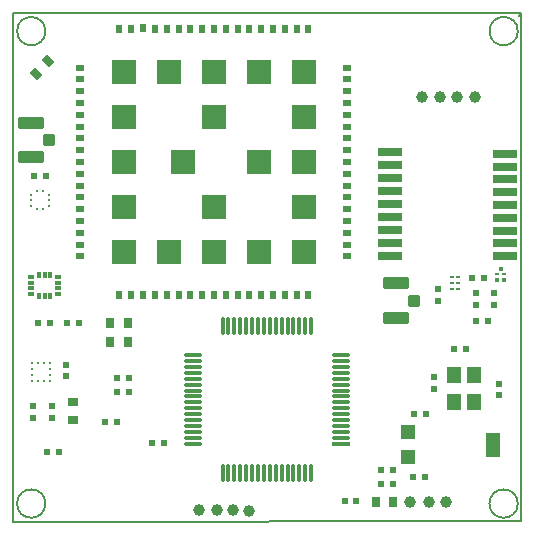
<source format=gtp>
%FSLAX25Y25*%
%MOIN*%
G70*
G01*
G75*
G04 Layer_Color=8421504*
%ADD10C,0.01000*%
%ADD11C,0.01500*%
%ADD12C,0.02000*%
%ADD13C,0.03937*%
%ADD14R,0.08268X0.08268*%
%ADD15R,0.08268X0.08268*%
%ADD16R,0.03150X0.02362*%
%ADD17R,0.02362X0.03150*%
%ADD18R,0.01083X0.00984*%
%ADD19R,0.00984X0.01083*%
%ADD20R,0.01181X0.01890*%
%ADD21R,0.01890X0.01181*%
%ADD22R,0.02362X0.02362*%
%ADD23R,0.02362X0.02362*%
%ADD24R,0.03347X0.02756*%
%ADD25R,0.01083X0.00984*%
%ADD26R,0.00984X0.01083*%
%ADD27R,0.02756X0.03347*%
%ADD28R,0.01378X0.00787*%
%ADD29R,0.01181X0.01181*%
%ADD30R,0.01378X0.00984*%
%ADD31R,0.01378X0.01181*%
G04:AMPARAMS|DCode=32|XSize=39.37mil|YSize=41.34mil|CornerRadius=5.91mil|HoleSize=0mil|Usage=FLASHONLY|Rotation=90.000|XOffset=0mil|YOffset=0mil|HoleType=Round|Shape=RoundedRectangle|*
%AMROUNDEDRECTD32*
21,1,0.03937,0.02953,0,0,90.0*
21,1,0.02756,0.04134,0,0,90.0*
1,1,0.01181,0.01476,0.01378*
1,1,0.01181,0.01476,-0.01378*
1,1,0.01181,-0.01476,-0.01378*
1,1,0.01181,-0.01476,0.01378*
%
%ADD32ROUNDEDRECTD32*%
G04:AMPARAMS|DCode=33|XSize=41.34mil|YSize=86.61mil|CornerRadius=6.2mil|HoleSize=0mil|Usage=FLASHONLY|Rotation=90.000|XOffset=0mil|YOffset=0mil|HoleType=Round|Shape=RoundedRectangle|*
%AMROUNDEDRECTD33*
21,1,0.04134,0.07421,0,0,90.0*
21,1,0.02894,0.08661,0,0,90.0*
1,1,0.01240,0.03711,0.01447*
1,1,0.01240,0.03711,-0.01447*
1,1,0.01240,-0.03711,-0.01447*
1,1,0.01240,-0.03711,0.01447*
%
%ADD33ROUNDEDRECTD33*%
G04:AMPARAMS|DCode=34|XSize=27.56mil|YSize=33.47mil|CornerRadius=0mil|HoleSize=0mil|Usage=FLASHONLY|Rotation=225.000|XOffset=0mil|YOffset=0mil|HoleType=Round|Shape=Rectangle|*
%AMROTATEDRECTD34*
4,1,4,-0.00209,0.02158,0.02158,-0.00209,0.00209,-0.02158,-0.02158,0.00209,-0.00209,0.02158,0.0*
%
%ADD34ROTATEDRECTD34*%

%ADD35O,0.06299X0.01181*%
%ADD36R,0.06299X0.01181*%
%ADD37O,0.01181X0.06299*%
%ADD38R,0.04800X0.05600*%
%ADD39R,0.05000X0.05000*%
%ADD40R,0.05000X0.07874*%
%ADD41R,0.07874X0.02756*%
%ADD42C,0.00600*%
%ADD43C,0.00800*%
%ADD44C,0.00500*%
%ADD45C,0.02000*%
%ADD46C,0.03000*%
%ADD47C,0.04000*%
%ADD48C,0.05000*%
%ADD49C,0.03000*%
%ADD50C,0.04000*%
%ADD51O,0.07874X0.03937*%
%ADD52O,0.03937X0.07874*%
%ADD53R,0.02362X0.03937*%
%ADD54R,0.02559X0.04921*%
%ADD55C,0.00787*%
%ADD56R,0.03937X0.05118*%
%ADD57R,0.01200X0.01800*%
%ADD58R,0.04921X0.02559*%
%ADD59R,0.05118X0.03937*%
%ADD60O,0.01378X0.02756*%
%ADD61R,0.07087X0.04331*%
G04:AMPARAMS|DCode=62|XSize=45mil|YSize=65mil|CornerRadius=5.63mil|HoleSize=0mil|Usage=FLASHONLY|Rotation=0.000|XOffset=0mil|YOffset=0mil|HoleType=Round|Shape=RoundedRectangle|*
%AMROUNDEDRECTD62*
21,1,0.04500,0.05375,0,0,0.0*
21,1,0.03375,0.06500,0,0,0.0*
1,1,0.01125,0.01688,-0.02688*
1,1,0.01125,-0.01688,-0.02688*
1,1,0.01125,-0.01688,0.02688*
1,1,0.01125,0.01688,0.02688*
%
%ADD62ROUNDEDRECTD62*%
%ADD63O,0.08661X0.02362*%
%ADD64R,0.11811X0.19685*%
%ADD65O,0.02953X0.01772*%
%ADD66R,0.08661X0.11811*%
%ADD67R,0.09843X0.01969*%
%ADD68P,0.03341X4X90.0*%
%ADD69R,0.03937X0.02362*%
%ADD70R,0.07874X0.07874*%
%ADD71R,0.05906X0.05118*%
%ADD72R,0.07874X0.07087*%
%ADD73R,0.05906X0.03150*%
%ADD74R,0.14704X0.04000*%
%ADD75C,0.01200*%
%ADD76C,0.00300*%
%ADD77R,0.35200X0.19400*%
%ADD78R,0.02472X0.02228*%
D13*
X78661Y3587D02*
D03*
X138516Y6272D02*
D03*
X67768Y3626D02*
D03*
X132303Y6512D02*
D03*
X144102Y6386D02*
D03*
X73008Y3669D02*
D03*
X61924Y3847D02*
D03*
X136258Y141302D02*
D03*
X142125D02*
D03*
X147992D02*
D03*
X153858D02*
D03*
D14*
X56624Y119763D02*
D03*
X81784D02*
D03*
X66824Y134724D02*
D03*
X36903Y104803D02*
D03*
Y89842D02*
D03*
X51863D02*
D03*
X66824Y89842D02*
D03*
X81784Y89842D02*
D03*
X96745D02*
D03*
Y104803D02*
D03*
X96745Y119763D02*
D03*
X96745Y134724D02*
D03*
X51863Y149685D02*
D03*
X96745D02*
D03*
X81784D02*
D03*
X66824D02*
D03*
D15*
Y104803D02*
D03*
X36903Y134724D02*
D03*
Y149685D02*
D03*
Y119763D02*
D03*
D16*
X111312Y100078D02*
D03*
Y104015D02*
D03*
Y107952D02*
D03*
Y111889D02*
D03*
Y115826D02*
D03*
Y119763D02*
D03*
Y123700D02*
D03*
Y127637D02*
D03*
X111312Y131574D02*
D03*
Y135511D02*
D03*
Y139448D02*
D03*
X111312Y143385D02*
D03*
Y147322D02*
D03*
Y151259D02*
D03*
X22336Y115826D02*
D03*
Y111889D02*
D03*
Y107952D02*
D03*
Y104015D02*
D03*
Y100078D02*
D03*
Y96141D02*
D03*
Y92204D02*
D03*
Y88267D02*
D03*
Y119763D02*
D03*
Y123700D02*
D03*
Y127637D02*
D03*
Y131574D02*
D03*
Y135511D02*
D03*
Y139448D02*
D03*
Y143385D02*
D03*
Y147322D02*
D03*
Y151259D02*
D03*
X111312Y96141D02*
D03*
Y92204D02*
D03*
Y88267D02*
D03*
D17*
X98320Y164251D02*
D03*
X94383D02*
D03*
X90446D02*
D03*
X86509D02*
D03*
X82572D02*
D03*
X39265D02*
D03*
X43202Y164263D02*
D03*
X47139Y164251D02*
D03*
X51076D02*
D03*
X55013D02*
D03*
X58950D02*
D03*
X62887D02*
D03*
X66824D02*
D03*
X70761D02*
D03*
X74698D02*
D03*
X78635D02*
D03*
X98320Y75275D02*
D03*
X94383D02*
D03*
X90446D02*
D03*
X86509D02*
D03*
X82572D02*
D03*
X78635D02*
D03*
X74698D02*
D03*
X70761D02*
D03*
X66824D02*
D03*
X62887D02*
D03*
X58950D02*
D03*
X55013Y75275D02*
D03*
X51076D02*
D03*
X47139D02*
D03*
X43202Y75275D02*
D03*
X39265D02*
D03*
X35328D02*
D03*
X35328Y164251D02*
D03*
D18*
X6101Y48753D02*
D03*
Y50722D02*
D03*
X12105D02*
D03*
Y48753D02*
D03*
D19*
X6150Y52739D02*
D03*
X8118D02*
D03*
X10087D02*
D03*
X12055D02*
D03*
X12055Y46735D02*
D03*
X10087D02*
D03*
X8118D02*
D03*
X6150D02*
D03*
D20*
X8396Y82161D02*
D03*
X10364D02*
D03*
X12333D02*
D03*
X12333Y74995D02*
D03*
X10364D02*
D03*
X8396D02*
D03*
D21*
X14892Y81531D02*
D03*
Y79562D02*
D03*
Y77594D02*
D03*
X14892Y75625D02*
D03*
X5837D02*
D03*
Y77594D02*
D03*
X5837Y79562D02*
D03*
Y81531D02*
D03*
D22*
X21826Y66185D02*
D03*
X17889D02*
D03*
X7000Y115143D02*
D03*
X10937D02*
D03*
X8319Y66131D02*
D03*
X12256Y66131D02*
D03*
X38379Y42961D02*
D03*
X34442D02*
D03*
X30477Y33073D02*
D03*
X34414D02*
D03*
X34667Y47812D02*
D03*
X38604D02*
D03*
X152951Y80995D02*
D03*
X156888Y80995D02*
D03*
X122647Y12292D02*
D03*
X126584D02*
D03*
X146829Y57347D02*
D03*
X150766D02*
D03*
X114281Y6657D02*
D03*
X110344D02*
D03*
X137218Y14894D02*
D03*
X133281D02*
D03*
X137376Y35665D02*
D03*
X133439D02*
D03*
X50236Y25957D02*
D03*
X46299D02*
D03*
X122654Y17119D02*
D03*
X126591D02*
D03*
X154260Y66919D02*
D03*
X158196D02*
D03*
X15160Y22950D02*
D03*
X11223D02*
D03*
D23*
X17368Y52202D02*
D03*
Y48265D02*
D03*
X6598Y38267D02*
D03*
Y34330D02*
D03*
X12798Y34331D02*
D03*
Y38268D02*
D03*
X141599Y73361D02*
D03*
Y77298D02*
D03*
X154280Y72155D02*
D03*
Y76092D02*
D03*
X161728Y41952D02*
D03*
X161728Y45889D02*
D03*
X140098Y48168D02*
D03*
Y44231D02*
D03*
X160259Y72100D02*
D03*
Y76037D02*
D03*
D24*
X19831Y33835D02*
D03*
X19831Y39741D02*
D03*
D25*
X5835Y105043D02*
D03*
Y106943D02*
D03*
Y108912D02*
D03*
X11839D02*
D03*
Y106943D02*
D03*
Y104975D02*
D03*
D26*
X7853Y109945D02*
D03*
X9822D02*
D03*
Y103942D02*
D03*
X7853D02*
D03*
D27*
X32231Y66067D02*
D03*
X38137Y66067D02*
D03*
X32142Y59888D02*
D03*
X38048Y59888D02*
D03*
X126617Y6550D02*
D03*
X120711D02*
D03*
D28*
X148279Y81293D02*
D03*
Y79325D02*
D03*
Y77356D02*
D03*
X146310D02*
D03*
Y79325D02*
D03*
Y81293D02*
D03*
D29*
X162390Y84083D02*
D03*
D30*
X163522Y82410D02*
D03*
X161258D02*
D03*
D31*
X163522Y80539D02*
D03*
X161258D02*
D03*
D32*
X133561Y73551D02*
D03*
X11927Y127068D02*
D03*
D33*
X127557Y79358D02*
D03*
X127557Y67744D02*
D03*
X5923Y132875D02*
D03*
Y121261D02*
D03*
D34*
X11628Y153401D02*
D03*
X7452Y149225D02*
D03*
D35*
X109058Y33728D02*
D03*
Y27822D02*
D03*
Y29791D02*
D03*
Y31760D02*
D03*
Y35697D02*
D03*
Y37665D02*
D03*
Y39634D02*
D03*
Y41602D02*
D03*
Y43571D02*
D03*
Y45539D02*
D03*
Y47508D02*
D03*
X59845Y55382D02*
D03*
X59845Y53413D02*
D03*
Y51445D02*
D03*
X59845Y49476D02*
D03*
X59845Y47508D02*
D03*
Y45539D02*
D03*
Y43571D02*
D03*
X59845Y41602D02*
D03*
Y39634D02*
D03*
X59845Y37665D02*
D03*
Y35697D02*
D03*
Y33728D02*
D03*
Y31759D02*
D03*
Y29791D02*
D03*
X59845Y27822D02*
D03*
Y25854D02*
D03*
X109058Y49476D02*
D03*
X109058Y53413D02*
D03*
X109058Y51445D02*
D03*
Y55382D02*
D03*
D36*
Y25854D02*
D03*
D37*
X99215Y65224D02*
D03*
X97247D02*
D03*
X95278D02*
D03*
X93310D02*
D03*
X91341D02*
D03*
X89373D02*
D03*
X87404D02*
D03*
X85436D02*
D03*
X83467D02*
D03*
X81499D02*
D03*
X79530D02*
D03*
X77562D02*
D03*
X75593D02*
D03*
X73625D02*
D03*
X71656D02*
D03*
X69688D02*
D03*
Y16011D02*
D03*
X71656Y16011D02*
D03*
X73625D02*
D03*
X75593D02*
D03*
X77562D02*
D03*
X79530D02*
D03*
X81499D02*
D03*
X83467D02*
D03*
X85436D02*
D03*
X87404D02*
D03*
X89373D02*
D03*
X91341D02*
D03*
X93310D02*
D03*
X95278D02*
D03*
X97247D02*
D03*
X99215D02*
D03*
D38*
X146766Y39917D02*
D03*
X146766Y48647D02*
D03*
X153512Y39916D02*
D03*
Y48647D02*
D03*
D39*
X131340Y29811D02*
D03*
X131340Y21311D02*
D03*
D40*
X159840Y25524D02*
D03*
D41*
X125645Y123051D02*
D03*
X125645Y118720D02*
D03*
Y114390D02*
D03*
X125645Y110059D02*
D03*
X125645Y105728D02*
D03*
X125645Y101397D02*
D03*
Y97067D02*
D03*
Y92736D02*
D03*
X125645Y88405D02*
D03*
X163833D02*
D03*
X163833Y92661D02*
D03*
X163833Y96917D02*
D03*
X163833Y101172D02*
D03*
X163833Y105428D02*
D03*
X163833Y109684D02*
D03*
X163833Y113939D02*
D03*
X163833Y118195D02*
D03*
X163833Y122451D02*
D03*
D44*
X168110Y5906D02*
G03*
X168110Y5906I-4724J0D01*
G01*
X10630Y163386D02*
G03*
X10630Y163386I-4724J0D01*
G01*
X168110D02*
G03*
X168110Y163386I-4724J0D01*
G01*
X10630Y5906D02*
G03*
X10630Y5906I-4724J0D01*
G01*
X168484Y168484D02*
X169291Y169291D01*
X-0D02*
X169291D01*
X-0D02*
X0Y0D01*
X169291Y-0D02*
Y169291D01*
X0Y-74D02*
X169291Y-0D01*
M02*

</source>
